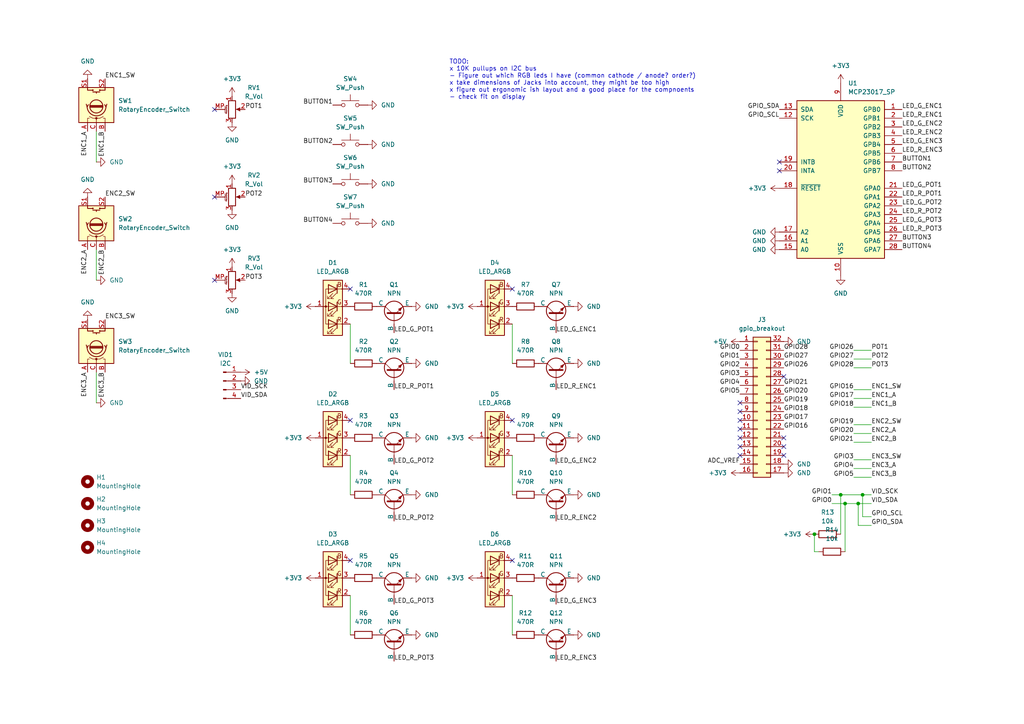
<source format=kicad_sch>
(kicad_sch (version 20250114) (generator "eeschema") (generator_version "9.0")
  (paper "A4")
  (lib_symbols
    (symbol "Connector:Conn_01x04_Pin" (pin_names (offset 1.016) (hide yes))
      (property "Reference" "J" (at 0 5.08 0))
      (property "Value" "Conn_01x04_Pin" (at 0 -7.62 0))
      (symbol "Conn_01x04_Pin_1_1"
        (pin passive line (at 5.08 2.54 180) (length 3.81) (name "Pin_1") (number "1"))
        (pin passive line (at 5.08 0 180) (length 3.81) (name "Pin_2") (number "2"))
        (pin passive line (at 5.08 -2.54 180) (length 3.81) (name "Pin_3") (number "3"))
        (pin passive line (at 5.08 -5.08 180) (length 3.81) (name "Pin_4") (number "4"))
      )
    )
    (symbol "Connector_Generic:Conn_02x16_Counter_Clockwise" (pin_names (offset 1.016) (hide yes))
      (property "Reference" "J" (at 1.27 20.32 0))
      (property "Value" "Conn_02x16_Counter_Clockwise" (at 1.27 -22.86 0))
      (symbol "Conn_02x16_Counter_Clockwise_1_1"
        (pin passive line (at -5.08 17.78 0) (length 3.81) (name "Pin_1") (number "1"))
        (pin passive line (at -5.08 15.24 0) (length 3.81) (name "Pin_2") (number "2"))
        (pin passive line (at -5.08 12.7 0) (length 3.81) (name "Pin_3") (number "3"))
        (pin passive line (at -5.08 10.16 0) (length 3.81) (name "Pin_4") (number "4"))
        (pin passive line (at -5.08 7.62 0) (length 3.81) (name "Pin_5") (number "5"))
        (pin passive line (at -5.08 5.08 0) (length 3.81) (name "Pin_6") (number "6"))
        (pin passive line (at -5.08 2.54 0) (length 3.81) (name "Pin_7") (number "7"))
        (pin passive line (at -5.08 0 0) (length 3.81) (name "Pin_8") (number "8"))
        (pin passive line (at -5.08 -2.54 0) (length 3.81) (name "Pin_9") (number "9"))
        (pin passive line (at -5.08 -5.08 0) (length 3.81) (name "Pin_10") (number "10"))
        (pin passive line (at -5.08 -7.62 0) (length 3.81) (name "Pin_11") (number "11"))
        (pin passive line (at -5.08 -10.16 0) (length 3.81) (name "Pin_12") (number "12"))
        (pin passive line (at -5.08 -12.7 0) (length 3.81) (name "Pin_13") (number "13"))
        (pin passive line (at -5.08 -15.24 0) (length 3.81) (name "Pin_14") (number "14"))
        (pin passive line (at -5.08 -17.78 0) (length 3.81) (name "Pin_15") (number "15"))
        (pin passive line (at -5.08 -20.32 0) (length 3.81) (name "Pin_16") (number "16"))
        (pin passive line (at 7.62 17.78 180) (length 3.81) (name "Pin_32") (number "32"))
        (pin passive line (at 7.62 15.24 180) (length 3.81) (name "Pin_31") (number "31"))
        (pin passive line (at 7.62 12.7 180) (length 3.81) (name "Pin_30") (number "30"))
        (pin passive line (at 7.62 10.16 180) (length 3.81) (name "Pin_29") (number "29"))
        (pin passive line (at 7.62 7.62 180) (length 3.81) (name "Pin_28") (number "28"))
        (pin passive line (at 7.62 5.08 180) (length 3.81) (name "Pin_27") (number "27"))
        (pin passive line (at 7.62 2.54 180) (length 3.81) (name "Pin_26") (number "26"))
        (pin passive line (at 7.62 0 180) (length 3.81) (name "Pin_25") (number "25"))
        (pin passive line (at 7.62 -2.54 180) (length 3.81) (name "Pin_24") (number "24"))
        (pin passive line (at 7.62 -5.08 180) (length 3.81) (name "Pin_23") (number "23"))
        (pin passive line (at 7.62 -7.62 180) (length 3.81) (name "Pin_22") (number "22"))
        (pin passive line (at 7.62 -10.16 180) (length 3.81) (name "Pin_21") (number "21"))
        (pin passive line (at 7.62 -12.7 180) (length 3.81) (name "Pin_20") (number "20"))
        (pin passive line (at 7.62 -15.24 180) (length 3.81) (name "Pin_19") (number "19"))
        (pin passive line (at 7.62 -17.78 180) (length 3.81) (name "Pin_18") (number "18"))
        (pin passive line (at 7.62 -20.32 180) (length 3.81) (name "Pin_17") (number "17"))
      )
    )
    (symbol "Device:LED_ARGB" (pin_names (offset 0) (hide yes))
      (property "Reference" "D" (at 0 9.398 0))
      (property "Value" "LED_ARGB" (at 0 -8.89 0))
      (symbol "LED_ARGB_0_0"
        (text "R" (at -1.905 3.81 0) (effects (font (size 1.27 1.27))))
        (text "G" (at -1.905 -1.27 0) (effects (font (size 1.27 1.27))))
        (text "B" (at -1.905 -6.35 0) (effects (font (size 1.27 1.27))))
      )
      (symbol "LED_ARGB_1_1"
        (pin passive line (at -5.08 5.08 0) (length 2.54) (name "RK") (number "2"))
        (pin passive line (at -5.08 0 0) (length 2.54) (name "GK") (number "3"))
        (pin passive line (at -5.08 -5.08 0) (length 2.54) (name "BK") (number "4"))
        (pin passive line (at 5.08 0 180) (length 2.54) (name "A") (number "1"))
      )
    )
    (symbol "Device:R" (pin_numbers (hide yes)) (pin_names (offset 0))
      (property "Reference" "R" (at 2.032 0 90))
      (property "Value" "R" (at 0 0 90))
      (symbol "R_1_1"
        (pin passive line (at 0 3.81 270) (length 1.27) (name "~") (number "1"))
        (pin passive line (at 0 -3.81 90) (length 1.27) (name "~") (number "2"))
      )
    )
    (symbol "Device:R_Potentiometer_MountingPin" (pin_names (offset 1.016) (hide yes))
      (property "Reference" "RV" (at -8.255 0 90))
      (property "Value" "R_Potentiometer_MountingPin" (at -6.35 0 90))
      (symbol "R_Potentiometer_MountingPin_1_1"
        (text "Mounting" (at -1.651 0 900) (effects (font (size 0.381 0.381))))
        (pin passive line (at -5.08 0 0) (length 3.048) (name "MountPin") (number "MP"))
        (pin passive line (at 0 3.81 270) (length 1.27) (name "1") (number "1"))
        (pin passive line (at 0 -3.81 90) (length 1.27) (name "3") (number "3"))
        (pin passive line (at 3.81 0 180) (length 1.27) (name "2") (number "2"))
      )
    )
    (symbol "Device:RotaryEncoder_Switch" (pin_names (offset 0.254) (hide yes))
      (property "Reference" "SW" (at 0 6.604 0))
      (property "Value" "RotaryEncoder_Switch" (at 0 -6.604 0))
      (symbol "RotaryEncoder_Switch_1_1"
        (pin passive line (at -7.62 2.54 0) (length 2.54) (name "A") (number "A"))
        (pin passive line (at -7.62 0 0) (length 2.54) (name "C") (number "C"))
        (pin passive line (at -7.62 -2.54 0) (length 2.54) (name "B") (number "B"))
        (pin passive line (at 7.62 2.54 180) (length 2.54) (name "S1") (number "S1"))
        (pin passive line (at 7.62 -2.54 180) (length 2.54) (name "S2") (number "S2"))
      )
    )
    (symbol "Interface_Expansion:MCP23017_SP" (pin_names (offset 1.016))
      (property "Reference" "U" (at -11.43 24.13 0))
      (property "Value" "MCP23017_SP" (at 0 0 0))
      (symbol "MCP23017_SP_1_1"
        (pin bidirectional line (at -17.78 20.32 0) (length 5.08) (name "SDA") (number "13"))
        (pin input line (at -17.78 17.78 0) (length 5.08) (name "SCK") (number "12"))
        (pin tri_state line (at -17.78 5.08 0) (length 5.08) (name "INTB") (number "19"))
        (pin tri_state line (at -17.78 2.54 0) (length 5.08) (name "INTA") (number "20"))
        (pin input line (at -17.78 -2.54 0) (length 5.08) (name "~{RESET}") (number "18"))
        (pin input line (at -17.78 -15.24 0) (length 5.08) (name "A2") (number "17"))
        (pin input line (at -17.78 -17.78 0) (length 5.08) (name "A1") (number "16"))
        (pin input line (at -17.78 -20.32 0) (length 5.08) (name "A0") (number "15"))
        (pin no_connect line (at -12.7 15.24 0) (length 5.08) (hide yes) (name "NC") (number "11"))
        (pin no_connect line (at -12.7 12.7 0) (length 5.08) (hide yes) (name "NC") (number "14"))
        (pin power_in line (at 0 27.94 270) (length 5.08) (name "VDD") (number "9"))
        (pin power_in line (at 0 -27.94 90) (length 5.08) (name "VSS") (number "10"))
        (pin bidirectional line (at 17.78 20.32 180) (length 5.08) (name "GPB0") (number "1"))
        (pin bidirectional line (at 17.78 17.78 180) (length 5.08) (name "GPB1") (number "2"))
        (pin bidirectional line (at 17.78 15.24 180) (length 5.08) (name "GPB2") (number "3"))
        (pin bidirectional line (at 17.78 12.7 180) (length 5.08) (name "GPB3") (number "4"))
        (pin bidirectional line (at 17.78 10.16 180) (length 5.08) (name "GPB4") (number "5"))
        (pin bidirectional line (at 17.78 7.62 180) (length 5.08) (name "GPB5") (number "6"))
        (pin bidirectional line (at 17.78 5.08 180) (length 5.08) (name "GPB6") (number "7"))
        (pin output line (at 17.78 2.54 180) (length 5.08) (name "GPB7") (number "8"))
        (pin bidirectional line (at 17.78 -2.54 180) (length 5.08) (name "GPA0") (number "21"))
        (pin bidirectional line (at 17.78 -5.08 180) (length 5.08) (name "GPA1") (number "22"))
        (pin bidirectional line (at 17.78 -7.62 180) (length 5.08) (name "GPA2") (number "23"))
        (pin bidirectional line (at 17.78 -10.16 180) (length 5.08) (name "GPA3") (number "24"))
        (pin bidirectional line (at 17.78 -12.7 180) (length 5.08) (name "GPA4") (number "25"))
        (pin bidirectional line (at 17.78 -15.24 180) (length 5.08) (name "GPA5") (number "26"))
        (pin bidirectional line (at 17.78 -17.78 180) (length 5.08) (name "GPA6") (number "27"))
        (pin output line (at 17.78 -20.32 180) (length 5.08) (name "GPA7") (number "28"))
      )
    )
    (symbol "Mechanical:MountingHole" (pin_names (offset 1.016)) (in_bom no)
      (property "Reference" "H" (at 0 5.08 0))
      (property "Value" "MountingHole" (at 0 3.175 0))
    )
    (symbol "Simulation_SPICE:NPN" (pin_numbers (hide yes)) (pin_names (offset 0))
      (property "Reference" "Q" (at -2.54 7.62 0))
      (property "Value" "NPN" (at -2.54 5.08 0))
      (symbol "NPN_1_1"
        (pin input line (at -5.08 0 0) (length 2.54) (name "B") (number "2"))
        (pin open_collector line (at 2.54 5.08 270) (length 2.54) (name "C") (number "1"))
        (pin open_emitter line (at 2.54 -5.08 90) (length 2.54) (name "E") (number "3"))
      )
    )
    (symbol "Switch:SW_Push" (pin_numbers (hide yes)) (pin_names (offset 1.016) (hide yes))
      (property "Reference" "SW" (at 1.27 2.54 0))
      (property "Value" "SW_Push" (at 0 -1.524 0))
      (symbol "SW_Push_0_1"
        (pin passive line (at -5.08 0 0) (length 2.54) (name "1") (number "1"))
        (pin passive line (at 5.08 0 180) (length 2.54) (name "2") (number "2"))
      )
    )
    (symbol "power:+3V3" (power) (pin_numbers (hide yes)) (pin_names (offset 0) (hide yes))
      (property "Value" "+3V3" (at 0 3.556 0))
      (symbol "+3V3_1_1"
        (pin power_in line (at 0 0 90) (length 0) (name "~") (number "1"))
      )
    )
    (symbol "power:+5V" (power) (pin_numbers (hide yes)) (pin_names (offset 0) (hide yes))
      (property "Value" "+5V" (at 0 3.556 0))
      (symbol "+5V_1_1"
        (pin power_in line (at 0 0 90) (length 0) (name "~") (number "1"))
      )
    )
    (symbol "power:GND" (power) (pin_numbers (hide yes)) (pin_names (offset 0) (hide yes))
      (property "Value" "GND" (at 0 -3.81 0))
      (symbol "GND_1_1"
        (pin power_in line (at 0 0 270) (length 0) (name "~") (number "1"))
      )
    )
  )
  (text "TODO:\nx 10K pullups on I2C bus\n- Figure out which RGB leds I have (common cathode / anode? order?)\nx take dimensions of Jacks into account, they might be too high\nx figure out ergonomic ish layout and a good place for the compnoents\n- check fit on display" (at 130.302 17.272 0) (effects (font (size 1.27 1.27)) (justify left top)))
  (junction (at 250.19 143.51))
  (junction (at 248.92 146.05))
  (junction (at 236.22 154.94))
  (junction (at 245.11 146.05))
  (junction (at 243.84 143.51))
  (no_connect (at 214.63 129.54))
  (no_connect (at 214.63 132.08))
  (no_connect (at 62.23 81.28))
  (no_connect (at 214.63 127))
  (no_connect (at 101.6 162.56))
  (no_connect (at 62.23 57.15))
  (no_connect (at 148.59 121.92))
  (no_connect (at 214.63 119.38))
  (no_connect (at 227.33 129.54))
  (no_connect (at 226.06 49.53))
  (no_connect (at 226.06 46.99))
  (no_connect (at 227.33 127))
  (no_connect (at 101.6 83.82))
  (no_connect (at 101.6 121.92))
  (no_connect (at 148.59 83.82))
  (no_connect (at 214.63 116.84))
  (no_connect (at 214.63 121.92))
  (no_connect (at 148.59 162.56))
  (no_connect (at 62.23 31.75))
  (no_connect (at 227.33 109.22))
  (no_connect (at 214.63 124.46))
  (no_connect (at 227.33 132.08))
  (wire (pts (xy 101.6 93.98) (xy 101.6 105.41)))
  (wire (pts (xy 247.65 128.27) (xy 252.73 128.27)))
  (wire (pts (xy 247.65 115.57) (xy 252.73 115.57)))
  (wire (pts (xy 250.19 143.51) (xy 250.19 149.86)))
  (wire (pts (xy 27.94 107.95) (xy 27.94 116.84)))
  (wire (pts (xy 248.92 152.4) (xy 252.73 152.4)))
  (wire (pts (xy 148.59 93.98) (xy 148.59 105.41)))
  (wire (pts (xy 237.49 160.02) (xy 236.22 160.02)))
  (wire (pts (xy 148.59 132.08) (xy 148.59 143.51)))
  (wire (pts (xy 247.65 125.73) (xy 252.73 125.73)))
  (wire (pts (xy 247.65 101.6) (xy 252.73 101.6)))
  (wire (pts (xy 148.59 172.72) (xy 148.59 184.15)))
  (wire (pts (xy 247.65 106.68) (xy 252.73 106.68)))
  (wire (pts (xy 247.65 104.14) (xy 252.73 104.14)))
  (wire (pts (xy 245.11 146.05) (xy 245.11 160.02)))
  (wire (pts (xy 241.3 143.51) (xy 243.84 143.51)))
  (wire (pts (xy 248.92 146.05) (xy 252.73 146.05)))
  (wire (pts (xy 101.6 172.72) (xy 101.6 184.15)))
  (wire (pts (xy 245.11 146.05) (xy 248.92 146.05)))
  (wire (pts (xy 27.94 72.39) (xy 27.94 81.28)))
  (wire (pts (xy 236.22 160.02) (xy 236.22 154.94)))
  (wire (pts (xy 243.84 143.51) (xy 250.19 143.51)))
  (wire (pts (xy 247.65 135.89) (xy 252.73 135.89)))
  (wire (pts (xy 247.65 113.03) (xy 252.73 113.03)))
  (wire (pts (xy 247.65 138.43) (xy 252.73 138.43)))
  (wire (pts (xy 248.92 146.05) (xy 248.92 152.4)))
  (wire (pts (xy 247.65 133.35) (xy 252.73 133.35)))
  (wire (pts (xy 241.3 146.05) (xy 245.11 146.05)))
  (wire (pts (xy 250.19 149.86) (xy 252.73 149.86)))
  (wire (pts (xy 247.65 118.11) (xy 252.73 118.11)))
  (wire (pts (xy 250.19 143.51) (xy 252.73 143.51)))
  (wire (pts (xy 27.94 38.1) (xy 27.94 46.99)))
  (wire (pts (xy 247.65 123.19) (xy 252.73 123.19)))
  (wire (pts (xy 101.6 132.08) (xy 101.6 143.51)))
  (wire (pts (xy 243.84 143.51) (xy 243.84 154.94)))
  (label "LED_R_ENC3" (at 161.29 191.77 0))
  (label "ENC2_SW" (at 30.48 57.15 0))
  (label "ENC1_SW" (at 30.48 22.86 0))
  (label "LED_G_POT3" (at 114.3 175.26 0))
  (label "ENC3_A" (at 252.73 135.89 0))
  (label "GPIO27" (at 247.65 104.14 180))
  (label "VID_SDA" (at 69.85 115.57 0))
  (label "GPIO_SCL" (at 252.73 149.86 0))
  (label "ENC3_SW" (at 252.73 133.35 0))
  (label "POT3" (at 71.12 81.28 0))
  (label "LED_G_POT2" (at 114.3 134.62 0))
  (label "GPIO26" (at 247.65 101.6 180))
  (label "GPIO17" (at 227.33 121.92 0))
  (label "GPIO0" (at 214.63 101.6 180))
  (label "GPIO5" (at 214.63 114.3 180))
  (label "GPIO26" (at 227.33 106.68 0))
  (label "GPIO28" (at 227.33 101.6 0))
  (label "LED_R_ENC2" (at 161.29 151.13 0))
  (label "LED_G_ENC3" (at 261.62 41.91 0))
  (label "BUTTON4" (at 96.52 64.77 180))
  (label "GPIO3" (at 214.63 109.22 180))
  (label "BUTTON1" (at 96.52 30.48 180))
  (label "ENC1_SW" (at 252.73 113.03 0))
  (label "POT2" (at 252.73 104.14 0))
  (label "BUTTON3" (at 96.52 53.34 180))
  (label "BUTTON1" (at 261.62 46.99 0))
  (label "BUTTON4" (at 261.62 72.39 0))
  (label "POT3" (at 252.73 106.68 0))
  (label "LED_G_POT3" (at 261.62 64.77 0))
  (label "ENC2_B" (at 30.48 72.39 270))
  (label "GPIO16" (at 227.33 124.46 0))
  (label "GPIO19" (at 227.33 116.84 0))
  (label "ENC1_A" (at 252.73 115.57 0))
  (label "BUTTON2" (at 96.52 41.91 180))
  (label "GPIO1" (at 241.3 143.51 180))
  (label "LED_R_POT2" (at 114.3 151.13 0))
  (label "ENC2_B" (at 252.73 128.27 0))
  (label "LED_G_POT1" (at 114.3 96.52 0))
  (label "GPIO27" (at 227.33 104.14 0))
  (label "GPIO1" (at 214.63 104.14 180))
  (label "VID_SCK" (at 69.85 113.03 0))
  (label "GPIO20" (at 247.65 125.73 180))
  (label "LED_R_ENC1" (at 261.62 34.29 0))
  (label "GPIO19" (at 247.65 123.19 180))
  (label "GPIO28" (at 247.65 106.68 180))
  (label "POT2" (at 71.12 57.15 0))
  (label "GPIO2" (at 214.63 106.68 180))
  (label "ENC2_SW" (at 252.73 123.19 0))
  (label "GPIO3" (at 247.65 133.35 180))
  (label "ENC3_B" (at 30.48 107.95 270))
  (label "GPIO16" (at 247.65 113.03 180))
  (label "GPIO18" (at 227.33 119.38 0))
  (label "GPIO21" (at 247.65 128.27 180))
  (label "GPIO_SDA" (at 226.06 31.75 180))
  (label "LED_R_POT1" (at 114.3 113.03 0))
  (label "ENC3_B" (at 252.73 138.43 0))
  (label "VID_SCK" (at 252.73 143.51 0))
  (label "LED_G_ENC2" (at 261.62 36.83 0))
  (label "ENC3_A" (at 25.4 107.95 270))
  (label "LED_R_POT3" (at 114.3 191.77 0))
  (label "POT1" (at 252.73 101.6 0))
  (label "GPIO_SCL" (at 226.06 34.29 180))
  (label "ENC1_B" (at 252.73 118.11 0))
  (label "BUTTON2" (at 261.62 49.53 0))
  (label "LED_R_POT1" (at 261.62 57.15 0))
  (label "GPIO18" (at 247.65 118.11 180))
  (label "GPIO20" (at 227.33 114.3 0))
  (label "ENC1_B" (at 30.48 38.1 270))
  (label "LED_G_ENC1" (at 261.62 31.75 0))
  (label "GPIO5" (at 247.65 138.43 180))
  (label "GPIO4" (at 247.65 135.89 180))
  (label "LED_G_ENC3" (at 161.29 175.26 0))
  (label "VID_SDA" (at 252.73 146.05 0))
  (label "ENC2_A" (at 25.4 72.39 270))
  (label "GPIO0" (at 241.3 146.05 180))
  (label "GPIO_SDA" (at 252.73 152.4 0))
  (label "LED_R_ENC2" (at 261.62 39.37 0))
  (label "ENC3_SW" (at 30.48 92.71 0))
  (label "LED_R_ENC1" (at 161.29 113.03 0))
  (label "POT1" (at 71.12 31.75 0))
  (label "ENC2_A" (at 252.73 125.73 0))
  (label "LED_G_ENC1" (at 161.29 96.52 0))
  (label "GPIO4" (at 214.63 111.76 180))
  (label "LED_G_ENC2" (at 161.29 134.62 0))
  (label "LED_R_POT3" (at 261.62 67.31 0))
  (label "ADC_VREF" (at 214.63 134.62 180))
  (label "ENC1_A" (at 25.4 38.1 270))
  (label "LED_R_POT2" (at 261.62 62.23 0))
  (label "LED_R_ENC3" (at 261.62 44.45 0))
  (label "LED_G_POT2" (at 261.62 59.69 0))
  (label "GPIO21" (at 227.33 111.76 0))
  (label "BUTTON3" (at 261.62 69.85 0))
  (label "LED_G_POT1" (at 261.62 54.61 0))
  (label "GPIO17" (at 247.65 115.57 180))
  (symbol (lib_id "Connector_Generic:Conn_02x16_Counter_Clockwise") (at 219.71 116.84 0) (unit 1)
    (property "Reference" "J3" (at 220.98 92.71 0))
    (property "Value" "gpio_breakout" (at 220.98 95.25 0))
    (property "Footprint" "Connector_PinSocket_2.54mm:PinSocket_2x16_P2.54mm_Vertical" (effects (hide yes)))
    (property "Description" "Generic connector, double row, 02x16, counter clockwise pin numbering scheme (similar to DIP package numbering), script generated (kicad-library-utils/schlib/autogen/connector/)" (effects (hide yes)))
  )
  (symbol (lib_id "Simulation_SPICE:NPN") (at 161.29 129.54 90) (unit 1)
    (property "Reference" "Q9" (at 161.29 120.65 90))
    (property "Value" "NPN" (at 161.29 123.19 90))
    (property "Footprint" "Package_TO_SOT_THT:TO-92L_Inline" (effects (hide yes)))
    (property "Datasheet" "https://ngspice.sourceforge.io/docs/ngspice-html-manual/manual.xhtml#cha_BJTs" (effects (hide yes)))
    (property "Description" "Bipolar transistor symbol for simulation only, substrate tied to the emitter" (effects (hide yes)))
    (property "Sim.Device" "NPN" (effects (hide yes)))
    (property "Sim.Type" "GUMMELPOON" (effects (hide yes)))
    (property "Sim.Pins" "1=C 2=B 3=E" (effects (hide yes)))
  )
  (symbol (lib_id "power:GND") (at 119.38 167.64 90) (unit 1)
    (property "Reference" "#PWR046" (effects (hide yes)))
    (property "Value" "GND" (at 123.19 167.6399 90) (effects (justify right)))
    (property "Description" "Power symbol creates a global label with name \"GND\" , ground" (effects (hide yes)))
  )
  (symbol (lib_id "power:GND") (at 25.4 92.71 180) (unit 1)
    (property "Reference" "#PWR011" (effects (hide yes)))
    (property "Value" "GND" (at 25.4 87.63 0))
    (property "Description" "Power symbol creates a global label with name \"GND\" , ground" (effects (hide yes)))
  )
  (symbol (lib_id "power:GND") (at 119.38 88.9 90) (unit 1)
    (property "Reference" "#PWR042" (effects (hide yes)))
    (property "Value" "GND" (at 123.19 88.8999 90) (effects (justify right)))
    (property "Description" "Power symbol creates a global label with name \"GND\" , ground" (effects (hide yes)))
  )
  (symbol (lib_id "power:GND") (at 67.31 35.56 0) (unit 1)
    (property "Reference" "#PWR04" (effects (hide yes)))
    (property "Value" "GND" (at 67.31 40.64 0))
    (property "Description" "Power symbol creates a global label with name \"GND\" , ground" (effects (hide yes)))
  )
  (symbol (lib_id "Device:R") (at 152.4 105.41 90) (unit 1)
    (property "Reference" "R8" (at 152.4 99.06 90))
    (property "Value" "470R" (at 152.4 101.6 90))
    (property "Footprint" "Resistor_THT:R_Axial_DIN0207_L6.3mm_D2.5mm_P7.62mm_Horizontal" (effects (hide yes)))
    (property "Description" "Resistor" (effects (hide yes)))
  )
  (symbol (lib_id "power:+3V3") (at 138.43 167.64 90) (unit 1)
    (property "Reference" "#PWR036" (effects (hide yes)))
    (property "Value" "+3V3" (at 134.62 167.6399 90) (effects (justify left)))
    (property "Description" "Power symbol creates a global label with name \"+3V3\"" (effects (hide yes)))
  )
  (symbol (lib_id "Device:RotaryEncoder_Switch") (at 27.94 64.77 90) (unit 1)
    (property "Reference" "SW2" (at 34.29 63.4999 90) (effects (justify right)))
    (property "Value" "RotaryEncoder_Switch" (at 34.29 66.0399 90) (effects (justify right)))
    (property "Footprint" "Rotary_Encoder:RotaryEncoder_Alps_EC11E-Switch_Vertical_H20mm_MountingHoles" (effects (hide yes)))
    (property "Description" "Rotary encoder, dual channel, incremental quadrate outputs, with switch" (effects (hide yes)))
  )
  (symbol (lib_id "Simulation_SPICE:NPN") (at 114.3 91.44 90) (unit 1)
    (property "Reference" "Q1" (at 114.3 82.55 90))
    (property "Value" "NPN" (at 114.3 85.09 90))
    (property "Footprint" "Package_TO_SOT_THT:TO-92L_Inline" (effects (hide yes)))
    (property "Datasheet" "https://ngspice.sourceforge.io/docs/ngspice-html-manual/manual.xhtml#cha_BJTs" (effects (hide yes)))
    (property "Description" "Bipolar transistor symbol for simulation only, substrate tied to the emitter" (effects (hide yes)))
    (property "Sim.Device" "NPN" (effects (hide yes)))
    (property "Sim.Type" "GUMMELPOON" (effects (hide yes)))
    (property "Sim.Pins" "1=C 2=B 3=E" (effects (hide yes)))
  )
  (symbol (lib_id "power:GND") (at 166.37 184.15 90) (unit 1)
    (property "Reference" "#PWR038" (effects (hide yes)))
    (property "Value" "GND" (at 170.18 184.1499 90) (effects (justify right)))
    (property "Description" "Power symbol creates a global label with name \"GND\" , ground" (effects (hide yes)))
  )
  (symbol (lib_id "power:+3V3") (at 138.43 127 90) (unit 1)
    (property "Reference" "#PWR033" (effects (hide yes)))
    (property "Value" "+3V3" (at 134.62 126.9999 90) (effects (justify left)))
    (property "Description" "Power symbol creates a global label with name \"+3V3\"" (effects (hide yes)))
  )
  (symbol (lib_id "power:+5V") (at 214.63 99.06 90) (unit 1)
    (property "Reference" "#PWR026" (effects (hide yes)))
    (property "Value" "+5V" (at 210.82 99.0599 90) (effects (justify left)))
    (property "Description" "Power symbol creates a global label with name \"+5V\"" (effects (hide yes)))
  )
  (symbol (lib_id "power:GND") (at 166.37 88.9 90) (unit 1)
    (property "Reference" "#PWR031" (effects (hide yes)))
    (property "Value" "GND" (at 170.18 88.8999 90) (effects (justify right)))
    (property "Description" "Power symbol creates a global label with name \"GND\" , ground" (effects (hide yes)))
  )
  (symbol (lib_id "Switch:SW_Push") (at 101.6 53.34 0) (unit 1)
    (property "Reference" "SW6" (at 101.6 45.72 0))
    (property "Value" "SW_Push" (at 101.6 48.26 0))
    (property "Footprint" "rytmos:KAILH_MUTE" (effects (hide yes)))
    (property "Description" "Push button switch, generic, two pins" (effects (hide yes)))
  )
  (symbol (lib_id "Device:LED_ARGB") (at 96.52 167.64 180) (unit 1)
    (property "Reference" "D3" (at 96.52 154.94 0))
    (property "Value" "LED_ARGB" (at 96.52 157.48 0))
    (property "Footprint" "LED_THT:LED_D5.0mm-4_RGB" (effects (hide yes)))
    (property "Description" "RGB LED, anode/red/green/blue" (effects (hide yes)))
  )
  (symbol (lib_id "Mechanical:MountingHole") (at 25.4 146.05 0) (unit 1) (in_bom no)
    (property "Reference" "H2" (at 27.94 144.7799 0) (effects (justify left)))
    (property "Value" "MountingHole" (at 27.94 147.3199 0) (effects (justify left)))
    (property "Footprint" "MountingHole:MountingHole_3.2mm_M3" (effects (hide yes)))
    (property "Description" "Mounting Hole without connection" (effects (hide yes)))
  )
  (symbol (lib_id "Device:LED_ARGB") (at 96.52 127 180) (unit 1)
    (property "Reference" "D2" (at 96.52 114.3 0))
    (property "Value" "LED_ARGB" (at 96.52 116.84 0))
    (property "Footprint" "LED_THT:LED_D5.0mm-4_RGB" (effects (hide yes)))
    (property "Description" "RGB LED, anode/red/green/blue" (effects (hide yes)))
  )
  (symbol (lib_id "Simulation_SPICE:NPN") (at 114.3 146.05 90) (unit 1)
    (property "Reference" "Q4" (at 114.3 137.16 90))
    (property "Value" "NPN" (at 114.3 139.7 90))
    (property "Footprint" "Package_TO_SOT_THT:TO-92L_Inline" (effects (hide yes)))
    (property "Datasheet" "https://ngspice.sourceforge.io/docs/ngspice-html-manual/manual.xhtml#cha_BJTs" (effects (hide yes)))
    (property "Description" "Bipolar transistor symbol for simulation only, substrate tied to the emitter" (effects (hide yes)))
    (property "Sim.Device" "NPN" (effects (hide yes)))
    (property "Sim.Type" "GUMMELPOON" (effects (hide yes)))
    (property "Sim.Pins" "1=C 2=B 3=E" (effects (hide yes)))
  )
  (symbol (lib_id "Mechanical:MountingHole") (at 25.4 139.7 0) (unit 1) (in_bom no)
    (property "Reference" "H1" (at 27.94 138.4299 0) (effects (justify left)))
    (property "Value" "MountingHole" (at 27.94 140.9699 0) (effects (justify left)))
    (property "Footprint" "MountingHole:MountingHole_3.2mm_M3" (effects (hide yes)))
    (property "Description" "Mounting Hole without connection" (effects (hide yes)))
  )
  (symbol (lib_id "power:GND") (at 106.68 41.91 90) (unit 1)
    (property "Reference" "#PWR021" (effects (hide yes)))
    (property "Value" "GND" (at 110.49 41.9099 90) (effects (justify right)))
    (property "Description" "Power symbol creates a global label with name \"GND\" , ground" (effects (hide yes)))
  )
  (symbol (lib_id "Device:LED_ARGB") (at 143.51 127 180) (unit 1)
    (property "Reference" "D5" (at 143.51 114.3 0))
    (property "Value" "LED_ARGB" (at 143.51 116.84 0))
    (property "Footprint" "LED_THT:LED_D5.0mm-4_RGB" (effects (hide yes)))
    (property "Description" "RGB LED, anode/red/green/blue" (effects (hide yes)))
  )
  (symbol (lib_id "power:GND") (at 166.37 143.51 90) (unit 1)
    (property "Reference" "#PWR035" (effects (hide yes)))
    (property "Value" "GND" (at 170.18 143.5099 90) (effects (justify right)))
    (property "Description" "Power symbol creates a global label with name \"GND\" , ground" (effects (hide yes)))
  )
  (symbol (lib_id "Simulation_SPICE:NPN") (at 161.29 170.18 90) (unit 1)
    (property "Reference" "Q11" (at 161.29 161.29 90))
    (property "Value" "NPN" (at 161.29 163.83 90))
    (property "Footprint" "Package_TO_SOT_THT:TO-92L_Inline" (effects (hide yes)))
    (property "Datasheet" "https://ngspice.sourceforge.io/docs/ngspice-html-manual/manual.xhtml#cha_BJTs" (effects (hide yes)))
    (property "Description" "Bipolar transistor symbol for simulation only, substrate tied to the emitter" (effects (hide yes)))
    (property "Sim.Device" "NPN" (effects (hide yes)))
    (property "Sim.Type" "GUMMELPOON" (effects (hide yes)))
    (property "Sim.Pins" "1=C 2=B 3=E" (effects (hide yes)))
  )
  (symbol (lib_id "Device:LED_ARGB") (at 96.52 88.9 180) (unit 1)
    (property "Reference" "D1" (at 96.52 76.2 0))
    (property "Value" "LED_ARGB" (at 96.52 78.74 0))
    (property "Footprint" "LED_THT:LED_D5.0mm-4_RGB" (effects (hide yes)))
    (property "Description" "RGB LED, anode/red/green/blue" (effects (hide yes)))
  )
  (symbol (lib_id "Device:R") (at 152.4 184.15 90) (unit 1)
    (property "Reference" "R12" (at 152.4 177.8 90))
    (property "Value" "470R" (at 152.4 180.34 90))
    (property "Footprint" "Resistor_THT:R_Axial_DIN0207_L6.3mm_D2.5mm_P7.62mm_Horizontal" (effects (hide yes)))
    (property "Description" "Resistor" (effects (hide yes)))
  )
  (symbol (lib_id "Device:RotaryEncoder_Switch") (at 27.94 100.33 90) (unit 1)
    (property "Reference" "SW3" (at 34.29 99.0599 90) (effects (justify right)))
    (property "Value" "RotaryEncoder_Switch" (at 34.29 101.5999 90) (effects (justify right)))
    (property "Footprint" "Rotary_Encoder:RotaryEncoder_Alps_EC11E-Switch_Vertical_H20mm_MountingHoles" (effects (hide yes)))
    (property "Description" "Rotary encoder, dual channel, incremental quadrate outputs, with switch" (effects (hide yes)))
  )
  (symbol (lib_id "power:GND") (at 243.84 80.01 0) (unit 1)
    (property "Reference" "#PWR018" (effects (hide yes)))
    (property "Value" "GND" (at 243.84 85.09 0))
    (property "Description" "Power symbol creates a global label with name \"GND\" , ground" (effects (hide yes)))
  )
  (symbol (lib_id "power:GND") (at 67.31 85.09 0) (unit 1)
    (property "Reference" "#PWR06" (effects (hide yes)))
    (property "Value" "GND" (at 67.31 90.17 0))
    (property "Description" "Power symbol creates a global label with name \"GND\" , ground" (effects (hide yes)))
  )
  (symbol (lib_id "power:+3V3") (at 91.44 127 90) (unit 1)
    (property "Reference" "#PWR040" (effects (hide yes)))
    (property "Value" "+3V3" (at 87.63 126.9999 90) (effects (justify left)))
    (property "Description" "Power symbol creates a global label with name \"+3V3\"" (effects (hide yes)))
  )
  (symbol (lib_id "Simulation_SPICE:NPN") (at 114.3 170.18 90) (unit 1)
    (property "Reference" "Q5" (at 114.3 161.29 90))
    (property "Value" "NPN" (at 114.3 163.83 90))
    (property "Footprint" "Package_TO_SOT_THT:TO-92L_Inline" (effects (hide yes)))
    (property "Datasheet" "https://ngspice.sourceforge.io/docs/ngspice-html-manual/manual.xhtml#cha_BJTs" (effects (hide yes)))
    (property "Description" "Bipolar transistor symbol for simulation only, substrate tied to the emitter" (effects (hide yes)))
    (property "Sim.Device" "NPN" (effects (hide yes)))
    (property "Sim.Type" "GUMMELPOON" (effects (hide yes)))
    (property "Sim.Pins" "1=C 2=B 3=E" (effects (hide yes)))
  )
  (symbol (lib_id "power:GND") (at 27.94 46.99 90) (unit 1)
    (property "Reference" "#PWR07" (effects (hide yes)))
    (property "Value" "GND" (at 31.75 46.9899 90) (effects (justify right)))
    (property "Description" "Power symbol creates a global label with name \"GND\" , ground" (effects (hide yes)))
  )
  (symbol (lib_id "Device:R") (at 152.4 127 90) (unit 1)
    (property "Reference" "R9" (at 152.4 120.65 90))
    (property "Value" "470R" (at 152.4 123.19 90))
    (property "Footprint" "Resistor_THT:R_Axial_DIN0207_L6.3mm_D2.5mm_P7.62mm_Horizontal" (effects (hide yes)))
    (property "Description" "Resistor" (effects (hide yes)))
  )
  (symbol (lib_id "power:GND") (at 227.33 99.06 90) (unit 1)
    (property "Reference" "#PWR025" (effects (hide yes)))
    (property "Value" "GND" (at 231.14 99.0599 90) (effects (justify right)))
    (property "Description" "Power symbol creates a global label with name \"GND\" , ground" (effects (hide yes)))
  )
  (symbol (lib_id "power:GND") (at 226.06 72.39 270) (unit 1)
    (property "Reference" "#PWR017" (effects (hide yes)))
    (property "Value" "GND" (at 222.25 72.3899 90) (effects (justify right)))
    (property "Description" "Power symbol creates a global label with name \"GND\" , ground" (effects (hide yes)))
  )
  (symbol (lib_id "power:+3V3") (at 236.22 154.94 90) (unit 1)
    (property "Reference" "#PWR019" (effects (hide yes)))
    (property "Value" "+3V3" (at 232.41 154.9399 90) (effects (justify left)))
    (property "Description" "Power symbol creates a global label with name \"+3V3\"" (effects (hide yes)))
  )
  (symbol (lib_id "power:GND") (at 69.85 110.49 90) (unit 1)
    (property "Reference" "#PWR014" (effects (hide yes)))
    (property "Value" "GND" (at 73.66 110.4899 90) (effects (justify right)))
    (property "Description" "Power symbol creates a global label with name \"GND\" , ground" (effects (hide yes)))
  )
  (symbol (lib_id "power:GND") (at 119.38 127 90) (unit 1)
    (property "Reference" "#PWR044" (effects (hide yes)))
    (property "Value" "GND" (at 123.19 126.9999 90) (effects (justify right)))
    (property "Description" "Power symbol creates a global label with name \"GND\" , ground" (effects (hide yes)))
  )
  (symbol (lib_id "Device:LED_ARGB") (at 143.51 167.64 180) (unit 1)
    (property "Reference" "D6" (at 143.51 154.94 0))
    (property "Value" "LED_ARGB" (at 143.51 157.48 0))
    (property "Footprint" "LED_THT:LED_D5.0mm-4_RGB" (effects (hide yes)))
    (property "Description" "RGB LED, anode/red/green/blue" (effects (hide yes)))
  )
  (symbol (lib_id "Device:R") (at 105.41 184.15 90) (unit 1)
    (property "Reference" "R6" (at 105.41 177.8 90))
    (property "Value" "470R" (at 105.41 180.34 90))
    (property "Footprint" "Resistor_THT:R_Axial_DIN0207_L6.3mm_D2.5mm_P7.62mm_Horizontal" (effects (hide yes)))
    (property "Description" "Resistor" (effects (hide yes)))
  )
  (symbol (lib_id "Switch:SW_Push") (at 101.6 30.48 0) (unit 1)
    (property "Reference" "SW4" (at 101.6 22.86 0))
    (property "Value" "SW_Push" (at 101.6 25.4 0))
    (property "Footprint" "rytmos:KAILH_MUTE" (effects (hide yes)))
    (property "Description" "Push button switch, generic, two pins" (effects (hide yes)))
  )
  (symbol (lib_id "Device:R") (at 152.4 167.64 90) (unit 1)
    (property "Reference" "R11" (at 152.4 161.29 90))
    (property "Value" "470R" (at 152.4 163.83 90))
    (property "Footprint" "Resistor_THT:R_Axial_DIN0207_L6.3mm_D2.5mm_P7.62mm_Horizontal" (effects (hide yes)))
    (property "Description" "Resistor" (effects (hide yes)))
  )
  (symbol (lib_id "Device:R_Potentiometer_MountingPin") (at 67.31 57.15 0) (unit 1)
    (property "Reference" "RV2" (at 73.66 50.8314 0))
    (property "Value" "R_Vol" (at 73.66 53.3714 0))
    (property "Footprint" "Potentiometer_THT:Potentiometer_Alps_RK09K_Single_Vertical" (effects (hide yes)))
    (property "Description" "Potentiometer with a mounting pin" (effects (hide yes)))
  )
  (symbol (lib_id "Device:R") (at 105.41 127 90) (unit 1)
    (property "Reference" "R3" (at 105.41 120.65 90))
    (property "Value" "470R" (at 105.41 123.19 90))
    (property "Footprint" "Resistor_THT:R_Axial_DIN0207_L6.3mm_D2.5mm_P7.62mm_Horizontal" (effects (hide yes)))
    (property "Description" "Resistor" (effects (hide yes)))
  )
  (symbol (lib_id "power:GND") (at 166.37 105.41 90) (unit 1)
    (property "Reference" "#PWR032" (effects (hide yes)))
    (property "Value" "GND" (at 170.18 105.4099 90) (effects (justify right)))
    (property "Description" "Power symbol creates a global label with name \"GND\" , ground" (effects (hide yes)))
  )
  (symbol (lib_id "power:GND") (at 25.4 57.15 180) (unit 1)
    (property "Reference" "#PWR09" (effects (hide yes)))
    (property "Value" "GND" (at 25.4 52.07 0))
    (property "Description" "Power symbol creates a global label with name \"GND\" , ground" (effects (hide yes)))
  )
  (symbol (lib_id "Simulation_SPICE:NPN") (at 161.29 91.44 90) (unit 1)
    (property "Reference" "Q7" (at 161.29 82.55 90))
    (property "Value" "NPN" (at 161.29 85.09 90))
    (property "Footprint" "Package_TO_SOT_THT:TO-92L_Inline" (effects (hide yes)))
    (property "Datasheet" "https://ngspice.sourceforge.io/docs/ngspice-html-manual/manual.xhtml#cha_BJTs" (effects (hide yes)))
    (property "Description" "Bipolar transistor symbol for simulation only, substrate tied to the emitter" (effects (hide yes)))
    (property "Sim.Device" "NPN" (effects (hide yes)))
    (property "Sim.Type" "GUMMELPOON" (effects (hide yes)))
    (property "Sim.Pins" "1=C 2=B 3=E" (effects (hide yes)))
  )
  (symbol (lib_id "power:+3V3") (at 226.06 54.61 90) (unit 1)
    (property "Reference" "#PWR048" (effects (hide yes)))
    (property "Value" "+3V3" (at 222.25 54.6099 90) (effects (justify left)))
    (property "Description" "Power symbol creates a global label with name \"+3V3\"" (effects (hide yes)))
  )
  (symbol (lib_id "Simulation_SPICE:NPN") (at 161.29 107.95 90) (unit 1)
    (property "Reference" "Q8" (at 161.29 99.06 90))
    (property "Value" "NPN" (at 161.29 101.6 90))
    (property "Footprint" "Package_TO_SOT_THT:TO-92L_Inline" (effects (hide yes)))
    (property "Datasheet" "https://ngspice.sourceforge.io/docs/ngspice-html-manual/manual.xhtml#cha_BJTs" (effects (hide yes)))
    (property "Description" "Bipolar transistor symbol for simulation only, substrate tied to the emitter" (effects (hide yes)))
    (property "Sim.Device" "NPN" (effects (hide yes)))
    (property "Sim.Type" "GUMMELPOON" (effects (hide yes)))
    (property "Sim.Pins" "1=C 2=B 3=E" (effects (hide yes)))
  )
  (symbol (lib_id "power:+3V3") (at 138.43 88.9 90) (unit 1)
    (property "Reference" "#PWR030" (effects (hide yes)))
    (property "Value" "+3V3" (at 134.62 88.8999 90) (effects (justify left)))
    (property "Description" "Power symbol creates a global label with name \"+3V3\"" (effects (hide yes)))
  )
  (symbol (lib_id "Mechanical:MountingHole") (at 25.4 152.4 0) (unit 1) (in_bom no)
    (property "Reference" "H3" (at 27.94 151.1299 0) (effects (justify left)))
    (property "Value" "MountingHole" (at 27.94 153.6699 0) (effects (justify left)))
    (property "Footprint" "MountingHole:MountingHole_3.2mm_M3" (effects (hide yes)))
    (property "Description" "Mounting Hole without connection" (effects (hide yes)))
  )
  (symbol (lib_id "power:GND") (at 27.94 116.84 90) (unit 1)
    (property "Reference" "#PWR012" (effects (hide yes)))
    (property "Value" "GND" (at 31.75 116.8399 90) (effects (justify right)))
    (property "Description" "Power symbol creates a global label with name \"GND\" , ground" (effects (hide yes)))
  )
  (symbol (lib_id "power:GND") (at 227.33 137.16 90) (unit 1)
    (property "Reference" "#PWR028" (effects (hide yes)))
    (property "Value" "GND" (at 231.14 137.1599 90) (effects (justify right)))
    (property "Description" "Power symbol creates a global label with name \"GND\" , ground" (effects (hide yes)))
  )
  (symbol (lib_id "Simulation_SPICE:NPN") (at 161.29 186.69 90) (unit 1)
    (property "Reference" "Q12" (at 161.29 177.8 90))
    (property "Value" "NPN" (at 161.29 180.34 90))
    (property "Footprint" "Package_TO_SOT_THT:TO-92L_Inline" (effects (hide yes)))
    (property "Datasheet" "https://ngspice.sourceforge.io/docs/ngspice-html-manual/manual.xhtml#cha_BJTs" (effects (hide yes)))
    (property "Description" "Bipolar transistor symbol for simulation only, substrate tied to the emitter" (effects (hide yes)))
    (property "Sim.Device" "NPN" (effects (hide yes)))
    (property "Sim.Type" "GUMMELPOON" (effects (hide yes)))
    (property "Sim.Pins" "1=C 2=B 3=E" (effects (hide yes)))
  )
  (symbol (lib_id "Device:R") (at 152.4 88.9 90) (unit 1)
    (property "Reference" "R7" (at 152.4 82.55 90))
    (property "Value" "470R" (at 152.4 85.09 90))
    (property "Footprint" "Resistor_THT:R_Axial_DIN0207_L6.3mm_D2.5mm_P7.62mm_Horizontal" (effects (hide yes)))
    (property "Description" "Resistor" (effects (hide yes)))
  )
  (symbol (lib_id "Simulation_SPICE:NPN") (at 114.3 129.54 90) (unit 1)
    (property "Reference" "Q3" (at 114.3 120.65 90))
    (property "Value" "NPN" (at 114.3 123.19 90))
    (property "Footprint" "Package_TO_SOT_THT:TO-92L_Inline" (effects (hide yes)))
    (property "Datasheet" "https://ngspice.sourceforge.io/docs/ngspice-html-manual/manual.xhtml#cha_BJTs" (effects (hide yes)))
    (property "Description" "Bipolar transistor symbol for simulation only, substrate tied to the emitter" (effects (hide yes)))
    (property "Sim.Device" "NPN" (effects (hide yes)))
    (property "Sim.Type" "GUMMELPOON" (effects (hide yes)))
    (property "Sim.Pins" "1=C 2=B 3=E" (effects (hide yes)))
  )
  (symbol (lib_id "power:GND") (at 106.68 30.48 90) (unit 1)
    (property "Reference" "#PWR020" (effects (hide yes)))
    (property "Value" "GND" (at 110.49 30.4799 90) (effects (justify right)))
    (property "Description" "Power symbol creates a global label with name \"GND\" , ground" (effects (hide yes)))
  )
  (symbol (lib_id "power:+3V3") (at 243.84 24.13 0) (unit 1)
    (property "Reference" "#PWR049" (effects (hide yes)))
    (property "Value" "+3V3" (at 243.84 19.05 0))
    (property "Description" "Power symbol creates a global label with name \"+3V3\"" (effects (hide yes)))
  )
  (symbol (lib_id "Device:R") (at 241.3 160.02 270) (unit 1)
    (property "Reference" "R14" (at 241.3 153.67 90))
    (property "Value" "10k" (at 241.3 156.21 90))
    (property "Footprint" "Resistor_THT:R_Axial_DIN0207_L6.3mm_D2.5mm_P7.62mm_Horizontal" (effects (hide yes)))
    (property "Description" "Resistor" (effects (hide yes)))
  )
  (symbol (lib_id "power:+3V3") (at 67.31 53.34 0) (unit 1)
    (property "Reference" "#PWR02" (effects (hide yes)))
    (property "Value" "+3V3" (at 67.31 48.26 0))
    (property "Description" "Power symbol creates a global label with name \"+3V3\"" (effects (hide yes)))
  )
  (symbol (lib_id "Device:R") (at 105.41 105.41 90) (unit 1)
    (property "Reference" "R2" (at 105.41 99.06 90))
    (property "Value" "470R" (at 105.41 101.6 90))
    (property "Footprint" "Resistor_THT:R_Axial_DIN0207_L6.3mm_D2.5mm_P7.62mm_Horizontal" (effects (hide yes)))
    (property "Description" "Resistor" (effects (hide yes)))
  )
  (symbol (lib_id "power:+3V3") (at 67.31 27.94 0) (unit 1)
    (property "Reference" "#PWR01" (effects (hide yes)))
    (property "Value" "+3V3" (at 67.31 22.86 0))
    (property "Description" "Power symbol creates a global label with name \"+3V3\"" (effects (hide yes)))
  )
  (symbol (lib_id "power:GND") (at 166.37 127 90) (unit 1)
    (property "Reference" "#PWR034" (effects (hide yes)))
    (property "Value" "GND" (at 170.18 126.9999 90) (effects (justify right)))
    (property "Description" "Power symbol creates a global label with name \"GND\" , ground" (effects (hide yes)))
  )
  (symbol (lib_id "Device:R") (at 240.03 154.94 270) (unit 1)
    (property "Reference" "R13" (at 240.03 148.59 90))
    (property "Value" "10k" (at 240.03 151.13 90))
    (property "Footprint" "Resistor_THT:R_Axial_DIN0207_L6.3mm_D2.5mm_P7.62mm_Horizontal" (effects (hide yes)))
    (property "Description" "Resistor" (effects (hide yes)))
  )
  (symbol (lib_id "power:GND") (at 119.38 184.15 90) (unit 1)
    (property "Reference" "#PWR047" (effects (hide yes)))
    (property "Value" "GND" (at 123.19 184.1499 90) (effects (justify right)))
    (property "Description" "Power symbol creates a global label with name \"GND\" , ground" (effects (hide yes)))
  )
  (symbol (lib_id "Device:LED_ARGB") (at 143.51 88.9 180) (unit 1)
    (property "Reference" "D4" (at 143.51 76.2 0))
    (property "Value" "LED_ARGB" (at 143.51 78.74 0))
    (property "Footprint" "LED_THT:LED_D5.0mm-4_RGB" (effects (hide yes)))
    (property "Description" "RGB LED, anode/red/green/blue" (effects (hide yes)))
  )
  (symbol (lib_id "power:GND") (at 166.37 167.64 90) (unit 1)
    (property "Reference" "#PWR037" (effects (hide yes)))
    (property "Value" "GND" (at 170.18 167.6399 90) (effects (justify right)))
    (property "Description" "Power symbol creates a global label with name \"GND\" , ground" (effects (hide yes)))
  )
  (symbol (lib_id "power:+3V3") (at 91.44 167.64 90) (unit 1)
    (property "Reference" "#PWR041" (effects (hide yes)))
    (property "Value" "+3V3" (at 87.63 167.6399 90) (effects (justify left)))
    (property "Description" "Power symbol creates a global label with name \"+3V3\"" (effects (hide yes)))
  )
  (symbol (lib_id "power:GND") (at 25.4 22.86 180) (unit 1)
    (property "Reference" "#PWR08" (effects (hide yes)))
    (property "Value" "GND" (at 25.4 17.78 0))
    (property "Description" "Power symbol creates a global label with name \"GND\" , ground" (effects (hide yes)))
  )
  (symbol (lib_id "Switch:SW_Push") (at 101.6 64.77 0) (unit 1)
    (property "Reference" "SW7" (at 101.6 57.15 0))
    (property "Value" "SW_Push" (at 101.6 59.69 0))
    (property "Footprint" "rytmos:KAILH_MUTE" (effects (hide yes)))
    (property "Description" "Push button switch, generic, two pins" (effects (hide yes)))
  )
  (symbol (lib_id "Simulation_SPICE:NPN") (at 114.3 107.95 90) (unit 1)
    (property "Reference" "Q2" (at 114.3 99.06 90))
    (property "Value" "NPN" (at 114.3 101.6 90))
    (property "Footprint" "Package_TO_SOT_THT:TO-92L_Inline" (effects (hide yes)))
    (property "Datasheet" "https://ngspice.sourceforge.io/docs/ngspice-html-manual/manual.xhtml#cha_BJTs" (effects (hide yes)))
    (property "Description" "Bipolar transistor symbol for simulation only, substrate tied to the emitter" (effects (hide yes)))
    (property "Sim.Device" "NPN" (effects (hide yes)))
    (property "Sim.Type" "GUMMELPOON" (effects (hide yes)))
    (property "Sim.Pins" "1=C 2=B 3=E" (effects (hide yes)))
  )
  (symbol (lib_id "power:+5V") (at 69.85 107.95 270) (unit 1)
    (property "Reference" "#PWR013" (effects (hide yes)))
    (property "Value" "+5V" (at 73.66 107.9499 90) (effects (justify left)))
    (property "Description" "Power symbol creates a global label with name \"+5V\"" (effects (hide yes)))
  )
  (symbol (lib_id "Device:R") (at 152.4 143.51 90) (unit 1)
    (property "Reference" "R10" (at 152.4 137.16 90))
    (property "Value" "470R" (at 152.4 139.7 90))
    (property "Footprint" "Resistor_THT:R_Axial_DIN0207_L6.3mm_D2.5mm_P7.62mm_Horizontal" (effects (hide yes)))
    (property "Description" "Resistor" (effects (hide yes)))
  )
  (symbol (lib_id "power:GND") (at 226.06 67.31 270) (unit 1)
    (property "Reference" "#PWR015" (effects (hide yes)))
    (property "Value" "GND" (at 222.25 67.3099 90) (effects (justify right)))
    (property "Description" "Power symbol creates a global label with name \"GND\" , ground" (effects (hide yes)))
  )
  (symbol (lib_id "power:GND") (at 119.38 143.51 90) (unit 1)
    (property "Reference" "#PWR045" (effects (hide yes)))
    (property "Value" "GND" (at 123.19 143.5099 90) (effects (justify right)))
    (property "Description" "Power symbol creates a global label with name \"GND\" , ground" (effects (hide yes)))
  )
  (symbol (lib_id "Device:RotaryEncoder_Switch") (at 27.94 30.48 90) (unit 1)
    (property "Reference" "SW1" (at 34.29 29.2099 90) (effects (justify right)))
    (property "Value" "RotaryEncoder_Switch" (at 34.29 31.7499 90) (effects (justify right)))
    (property "Footprint" "Rotary_Encoder:RotaryEncoder_Alps_EC11E-Switch_Vertical_H20mm_MountingHoles" (effects (hide yes)))
    (property "Description" "Rotary encoder, dual channel, incremental quadrate outputs, with switch" (effects (hide yes)))
  )
  (symbol (lib_id "Simulation_SPICE:NPN") (at 161.29 146.05 90) (unit 1)
    (property "Reference" "Q10" (at 161.29 137.16 90))
    (property "Value" "NPN" (at 161.29 139.7 90))
    (property "Footprint" "Package_TO_SOT_THT:TO-92L_Inline" (effects (hide yes)))
    (property "Datasheet" "https://ngspice.sourceforge.io/docs/ngspice-html-manual/manual.xhtml#cha_BJTs" (effects (hide yes)))
    (property "Description" "Bipolar transistor symbol for simulation only, substrate tied to the emitter" (effects (hide yes)))
    (property "Sim.Device" "NPN" (effects (hide yes)))
    (property "Sim.Type" "GUMMELPOON" (effects (hide yes)))
    (property "Sim.Pins" "1=C 2=B 3=E" (effects (hide yes)))
  )
  (symbol (lib_id "power:+3V3") (at 67.31 77.47 0) (unit 1)
    (property "Reference" "#PWR05" (effects (hide yes)))
    (property "Value" "+3V3" (at 67.31 72.39 0))
    (property "Description" "Power symbol creates a global label with name \"+3V3\"" (effects (hide yes)))
  )
  (symbol (lib_id "Connector:Conn_01x04_Pin") (at 64.77 110.49 0) (unit 1)
    (property "Reference" "VID1" (at 65.405 102.87 0))
    (property "Value" "I2C" (at 65.405 105.41 0))
    (property "Footprint" "Connector_PinHeader_2.54mm:PinHeader_1x04_P2.54mm_Vertical" (effects (hide yes)))
    (property "Description" "Generic connector, single row, 01x04, script generated" (effects (hide yes)))
  )
  (symbol (lib_id "power:GND") (at 27.94 81.28 90) (unit 1)
    (property "Reference" "#PWR010" (effects (hide yes)))
    (property "Value" "GND" (at 31.75 81.2799 90) (effects (justify right)))
    (property "Description" "Power symbol creates a global label with name \"GND\" , ground" (effects (hide yes)))
  )
  (symbol (lib_id "Simulation_SPICE:NPN") (at 114.3 186.69 90) (unit 1)
    (property "Reference" "Q6" (at 114.3 177.8 90))
    (property "Value" "NPN" (at 114.3 180.34 90))
    (property "Footprint" "Package_TO_SOT_THT:TO-92L_Inline" (effects (hide yes)))
    (property "Datasheet" "https://ngspice.sourceforge.io/docs/ngspice-html-manual/manual.xhtml#cha_BJTs" (effects (hide yes)))
    (property "Description" "Bipolar transistor symbol for simulation only, substrate tied to the emitter" (effects (hide yes)))
    (property "Sim.Device" "NPN" (effects (hide yes)))
    (property "Sim.Type" "GUMMELPOON" (effects (hide yes)))
    (property "Sim.Pins" "1=C 2=B 3=E" (effects (hide yes)))
  )
  (symbol (lib_id "Interface_Expansion:MCP23017_SP") (at 243.84 52.07 0) (unit 1)
    (property "Reference" "U1" (at 245.9833 24.13 0) (effects (justify left)))
    (property "Value" "MCP23017_SP" (at 245.9833 26.67 0) (effects (justify left)))
    (property "Footprint" "Package_DIP:DIP-28_W7.62mm" (effects (hide yes)))
    (property "Datasheet" "https://ww1.microchip.com/downloads/aemDocuments/documents/APID/ProductDocuments/DataSheets/MCP23017-Data-Sheet-DS20001952.pdf" (effects (hide yes)))
    (property "Description" "16-bit I/O expander, I2C, interrupts, w pull-ups, SPDIP-28" (effects (hide yes)))
  )
  (symbol (lib_id "power:GND") (at 226.06 69.85 270) (unit 1)
    (property "Reference" "#PWR016" (effects (hide yes)))
    (property "Value" "GND" (at 222.25 69.8499 90) (effects (justify right)))
    (property "Description" "Power symbol creates a global label with name \"GND\" , ground" (effects (hide yes)))
  )
  (symbol (lib_id "Switch:SW_Push") (at 101.6 41.91 0) (unit 1)
    (property "Reference" "SW5" (at 101.6 34.29 0))
    (property "Value" "SW_Push" (at 101.6 36.83 0))
    (property "Footprint" "rytmos:KAILH_MUTE" (effects (hide yes)))
    (property "Description" "Push button switch, generic, two pins" (effects (hide yes)))
  )
  (symbol (lib_id "power:GND") (at 119.38 105.41 90) (unit 1)
    (property "Reference" "#PWR043" (effects (hide yes)))
    (property "Value" "GND" (at 123.19 105.4099 90) (effects (justify right)))
    (property "Description" "Power symbol creates a global label with name \"GND\" , ground" (effects (hide yes)))
  )
  (symbol (lib_id "Device:R_Potentiometer_MountingPin") (at 67.31 31.75 0) (unit 1)
    (property "Reference" "RV1" (at 73.66 25.4314 0))
    (property "Value" "R_Vol" (at 73.66 27.9714 0))
    (property "Footprint" "Potentiometer_THT:Potentiometer_Alps_RK09K_Single_Vertical" (effects (hide yes)))
    (property "Description" "Potentiometer with a mounting pin" (effects (hide yes)))
  )
  (symbol (lib_id "power:GND") (at 67.31 60.96 0) (unit 1)
    (property "Reference" "#PWR03" (effects (hide yes)))
    (property "Value" "GND" (at 67.31 66.04 0))
    (property "Description" "Power symbol creates a global label with name \"GND\" , ground" (effects (hide yes)))
  )
  (symbol (lib_id "Device:R") (at 105.41 88.9 90) (unit 1)
    (property "Reference" "R1" (at 105.41 82.55 90))
    (property "Value" "470R" (at 105.41 85.09 90))
    (property "Footprint" "Resistor_THT:R_Axial_DIN0207_L6.3mm_D2.5mm_P7.62mm_Horizontal" (effects (hide yes)))
    (property "Description" "Resistor" (effects (hide yes)))
  )
  (symbol (lib_id "Device:R") (at 105.41 167.64 90) (unit 1)
    (property "Reference" "R5" (at 105.41 161.29 90))
    (property "Value" "470R" (at 105.41 163.83 90))
    (property "Footprint" "Resistor_THT:R_Axial_DIN0207_L6.3mm_D2.5mm_P7.62mm_Horizontal" (effects (hide yes)))
    (property "Description" "Resistor" (effects (hide yes)))
  )
  (symbol (lib_id "power:GND") (at 106.68 53.34 90) (unit 1)
    (property "Reference" "#PWR022" (effects (hide yes)))
    (property "Value" "GND" (at 110.49 53.3399 90) (effects (justify right)))
    (property "Description" "Power symbol creates a global label with name \"GND\" , ground" (effects (hide yes)))
  )
  (symbol (lib_id "power:+3V3") (at 214.63 137.16 90) (unit 1)
    (property "Reference" "#PWR029" (effects (hide yes)))
    (property "Value" "+3V3" (at 210.82 137.1599 90) (effects (justify left)))
    (property "Description" "Power symbol creates a global label with name \"+3V3\"" (effects (hide yes)))
  )
  (symbol (lib_id "Device:R_Potentiometer_MountingPin") (at 67.31 81.28 0) (unit 1)
    (property "Reference" "RV3" (at 73.66 74.9614 0))
    (property "Value" "R_Vol" (at 73.66 77.5014 0))
    (property "Footprint" "Potentiometer_THT:Potentiometer_Alps_RK09K_Single_Vertical" (effects (hide yes)))
    (property "Description" "Potentiometer with a mounting pin" (effects (hide yes)))
  )
  (symbol (lib_id "Device:R") (at 105.41 143.51 90) (unit 1)
    (property "Reference" "R4" (at 105.41 137.16 90))
    (property "Value" "470R" (at 105.41 139.7 90))
    (property "Footprint" "Resistor_THT:R_Axial_DIN0207_L6.3mm_D2.5mm_P7.62mm_Horizontal" (effects (hide yes)))
    (property "Description" "Resistor" (effects (hide yes)))
  )
  (symbol (lib_id "power:GND") (at 227.33 134.62 90) (unit 1)
    (property "Reference" "#PWR027" (effects (hide yes)))
    (property "Value" "GND" (at 231.14 134.6199 90) (effects (justify right)))
    (property "Description" "Power symbol creates a global label with name \"GND\" , ground" (effects (hide yes)))
  )
  (symbol (lib_id "Mechanical:MountingHole") (at 25.4 158.75 0) (unit 1) (in_bom no)
    (property "Reference" "H4" (at 27.94 157.4799 0) (effects (justify left)))
    (property "Value" "MountingHole" (at 27.94 160.0199 0) (effects (justify left)))
    (property "Footprint" "MountingHole:MountingHole_3.2mm_M3" (effects (hide yes)))
    (property "Description" "Mounting Hole without connection" (effects (hide yes)))
  )
  (symbol (lib_id "power:+3V3") (at 91.44 88.9 90) (unit 1)
    (property "Reference" "#PWR039" (effects (hide yes)))
    (property "Value" "+3V3" (at 87.63 88.8999 90) (effects (justify left)))
    (property "Description" "Power symbol creates a global label with name \"+3V3\"" (effects (hide yes)))
  )
  (symbol (lib_id "power:GND") (at 106.68 64.77 90) (unit 1)
    (property "Reference" "#PWR023" (effects (hide yes)))
    (property "Value" "GND" (at 110.49 64.7699 90) (effects (justify right)))
    (property "Description" "Power symbol creates a global label with name \"GND\" , ground" (effects (hide yes)))
  )
)
</source>
